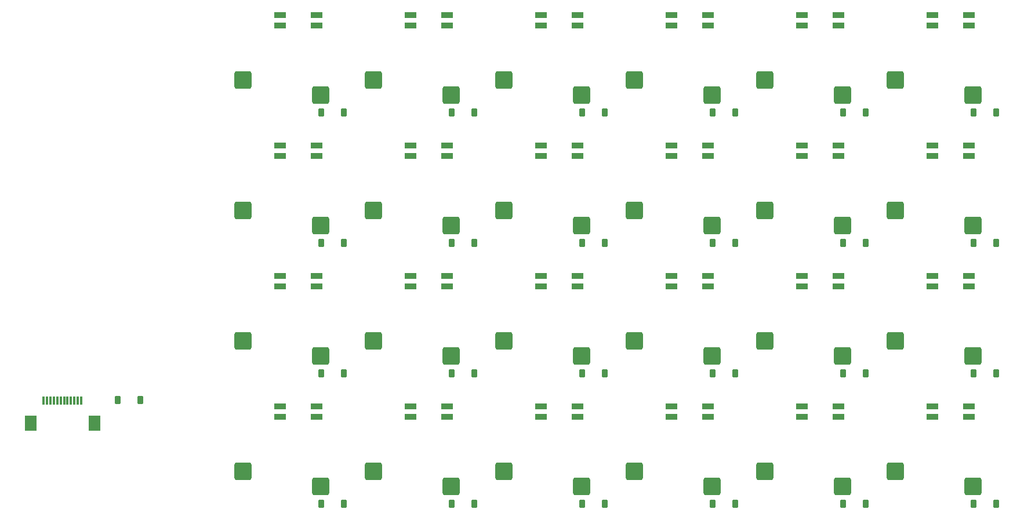
<source format=gbr>
%TF.GenerationSoftware,KiCad,Pcbnew,7.0.5*%
%TF.CreationDate,2025-01-15T14:24:04+08:00*%
%TF.ProjectId,TPS,5450532e-6b69-4636-9164-5f7063625858,rev?*%
%TF.SameCoordinates,Original*%
%TF.FileFunction,Paste,Bot*%
%TF.FilePolarity,Positive*%
%FSLAX46Y46*%
G04 Gerber Fmt 4.6, Leading zero omitted, Abs format (unit mm)*
G04 Created by KiCad (PCBNEW 7.0.5) date 2025-01-15 14:24:04*
%MOMM*%
%LPD*%
G01*
G04 APERTURE LIST*
G04 Aperture macros list*
%AMRoundRect*
0 Rectangle with rounded corners*
0 $1 Rounding radius*
0 $2 $3 $4 $5 $6 $7 $8 $9 X,Y pos of 4 corners*
0 Add a 4 corners polygon primitive as box body*
4,1,4,$2,$3,$4,$5,$6,$7,$8,$9,$2,$3,0*
0 Add four circle primitives for the rounded corners*
1,1,$1+$1,$2,$3*
1,1,$1+$1,$4,$5*
1,1,$1+$1,$6,$7*
1,1,$1+$1,$8,$9*
0 Add four rect primitives between the rounded corners*
20,1,$1+$1,$2,$3,$4,$5,0*
20,1,$1+$1,$4,$5,$6,$7,0*
20,1,$1+$1,$6,$7,$8,$9,0*
20,1,$1+$1,$8,$9,$2,$3,0*%
G04 Aperture macros list end*
%ADD10RoundRect,0.225000X0.225000X0.375000X-0.225000X0.375000X-0.225000X-0.375000X0.225000X-0.375000X0*%
%ADD11RoundRect,0.250000X1.000000X1.000000X-1.000000X1.000000X-1.000000X-1.000000X1.000000X-1.000000X0*%
%ADD12R,1.800000X0.820000*%
%ADD13R,1.800000X2.200000*%
%ADD14R,0.300000X1.300000*%
G04 APERTURE END LIST*
D10*
%TO.C,D13*%
X158200167Y-47050499D03*
X161500167Y-47050499D03*
%TD*%
%TO.C,D20*%
X177250000Y-104200000D03*
X180550000Y-104200000D03*
%TD*%
D11*
%TO.C,SW16*%
X146700167Y-99475499D03*
X158100167Y-101675499D03*
%TD*%
D10*
%TO.C,D1*%
X101050167Y-47050499D03*
X104350167Y-47050499D03*
%TD*%
%TO.C,D18*%
X177250167Y-66100499D03*
X180550167Y-66100499D03*
%TD*%
D11*
%TO.C,SW3*%
X89550167Y-80425499D03*
X100950167Y-82625499D03*
%TD*%
%TO.C,SW4*%
X89550167Y-99475499D03*
X100950167Y-101675499D03*
%TD*%
D10*
%TO.C,D22*%
X196300167Y-66100499D03*
X199600167Y-66100499D03*
%TD*%
D11*
%TO.C,SW1*%
X89550167Y-42325499D03*
X100950167Y-44525499D03*
%TD*%
D10*
%TO.C,D6*%
X120100167Y-66100499D03*
X123400167Y-66100499D03*
%TD*%
D11*
%TO.C,SW7*%
X108600168Y-80425498D03*
X120000168Y-82625498D03*
%TD*%
%TO.C,SW9*%
X127650167Y-42325499D03*
X139050167Y-44525499D03*
%TD*%
D10*
%TO.C,D2*%
X101050167Y-66100499D03*
X104350167Y-66100499D03*
%TD*%
%TO.C,D7*%
X120100168Y-85150498D03*
X123400168Y-85150498D03*
%TD*%
D11*
%TO.C,SW17*%
X165750167Y-42325499D03*
X177150167Y-44525499D03*
%TD*%
%TO.C,SW22*%
X184800167Y-61375499D03*
X196200167Y-63575499D03*
%TD*%
%TO.C,SW21*%
X184800167Y-42325499D03*
X196200167Y-44525499D03*
%TD*%
D10*
%TO.C,D19*%
X177250167Y-85150499D03*
X180550167Y-85150499D03*
%TD*%
D11*
%TO.C,SW23*%
X184800167Y-80425499D03*
X196200167Y-82625499D03*
%TD*%
D10*
%TO.C,D12*%
X139150167Y-104200499D03*
X142450167Y-104200499D03*
%TD*%
%TO.C,D25*%
X71271000Y-89075000D03*
X74571000Y-89075000D03*
%TD*%
D11*
%TO.C,SW18*%
X165750167Y-61375499D03*
X177150167Y-63575499D03*
%TD*%
D10*
%TO.C,D4*%
X101050167Y-104200499D03*
X104350167Y-104200499D03*
%TD*%
%TO.C,D14*%
X158200167Y-66100499D03*
X161500167Y-66100499D03*
%TD*%
%TO.C,D11*%
X139150167Y-85150499D03*
X142450167Y-85150499D03*
%TD*%
%TO.C,D10*%
X139150167Y-66100499D03*
X142450167Y-66100499D03*
%TD*%
D11*
%TO.C,SW13*%
X146700167Y-42325499D03*
X158100167Y-44525499D03*
%TD*%
%TO.C,SW12*%
X127650167Y-99475499D03*
X139050167Y-101675499D03*
%TD*%
D10*
%TO.C,D16*%
X158200167Y-104200499D03*
X161500167Y-104200499D03*
%TD*%
%TO.C,D17*%
X177250167Y-47050499D03*
X180550167Y-47050499D03*
%TD*%
D11*
%TO.C,SW14*%
X146700167Y-61375499D03*
X158100167Y-63575499D03*
%TD*%
D10*
%TO.C,D3*%
X101050167Y-85150499D03*
X104350167Y-85150499D03*
%TD*%
D11*
%TO.C,SW5*%
X108600167Y-42325499D03*
X120000167Y-44525499D03*
%TD*%
%TO.C,SW11*%
X127650167Y-80425499D03*
X139050167Y-82625499D03*
%TD*%
D10*
%TO.C,D15*%
X158200167Y-85150499D03*
X161500167Y-85150499D03*
%TD*%
D11*
%TO.C,SW20*%
X165750167Y-99475499D03*
X177150167Y-101675499D03*
%TD*%
%TO.C,SW15*%
X146700167Y-80425499D03*
X158100167Y-82625499D03*
%TD*%
D10*
%TO.C,D8*%
X120100167Y-104200499D03*
X123400167Y-104200499D03*
%TD*%
D11*
%TO.C,SW10*%
X127650167Y-61375499D03*
X139050167Y-63575499D03*
%TD*%
D10*
%TO.C,D9*%
X139150167Y-47050499D03*
X142450167Y-47050499D03*
%TD*%
%TO.C,D24*%
X196300168Y-104200498D03*
X199600168Y-104200498D03*
%TD*%
D11*
%TO.C,SW6*%
X108600167Y-61375499D03*
X120000167Y-63575499D03*
%TD*%
D10*
%TO.C,D21*%
X196300167Y-47050499D03*
X199600167Y-47050499D03*
%TD*%
%TO.C,D5*%
X120100167Y-47050499D03*
X123400167Y-47050499D03*
%TD*%
D11*
%TO.C,SW2*%
X89550167Y-61375499D03*
X100950167Y-63575499D03*
%TD*%
D10*
%TO.C,D23*%
X196300167Y-85150499D03*
X199600167Y-85150499D03*
%TD*%
D11*
%TO.C,SW24*%
X184800168Y-99475498D03*
X196200168Y-101675498D03*
%TD*%
%TO.C,SW8*%
X108600167Y-99475499D03*
X120000167Y-101675499D03*
%TD*%
%TO.C,SW19*%
X165750167Y-80425499D03*
X177150167Y-82625499D03*
%TD*%
D12*
%TO.C,L5*%
X119350167Y-34375499D03*
X119350167Y-32875499D03*
X114050167Y-32875499D03*
X114050167Y-34375499D03*
%TD*%
%TO.C,L13*%
X157450167Y-34375499D03*
X157450167Y-32875499D03*
X152150167Y-32875499D03*
X152150167Y-34375499D03*
%TD*%
%TO.C,L11*%
X138400167Y-72475499D03*
X138400167Y-70975499D03*
X133100167Y-70975499D03*
X133100167Y-72475499D03*
%TD*%
%TO.C,L23*%
X195550167Y-72475499D03*
X195550167Y-70975499D03*
X190250167Y-70975499D03*
X190250167Y-72475499D03*
%TD*%
%TO.C,L10*%
X138400167Y-53425499D03*
X138400167Y-51925499D03*
X133100167Y-51925499D03*
X133100167Y-53425499D03*
%TD*%
%TO.C,L16*%
X157450167Y-91525499D03*
X157450167Y-90025499D03*
X152150167Y-90025499D03*
X152150167Y-91525499D03*
%TD*%
%TO.C,L17*%
X176500167Y-34375499D03*
X176500167Y-32875499D03*
X171200167Y-32875499D03*
X171200167Y-34375499D03*
%TD*%
%TO.C,L18*%
X176500167Y-53425499D03*
X176500167Y-51925499D03*
X171200167Y-51925499D03*
X171200167Y-53425499D03*
%TD*%
%TO.C,L24*%
X195550167Y-91525499D03*
X195550167Y-90025499D03*
X190250167Y-90025499D03*
X190250167Y-91525499D03*
%TD*%
%TO.C,L2*%
X100300167Y-53425499D03*
X100300167Y-51925499D03*
X95000167Y-51925499D03*
X95000167Y-53425499D03*
%TD*%
%TO.C,L15*%
X157450167Y-72475499D03*
X157450167Y-70975499D03*
X152150167Y-70975499D03*
X152150167Y-72475499D03*
%TD*%
%TO.C,L21*%
X195550167Y-34375499D03*
X195550167Y-32875499D03*
X190250167Y-32875499D03*
X190250167Y-34375499D03*
%TD*%
%TO.C,L8*%
X119350167Y-91525499D03*
X119350167Y-90025499D03*
X114050167Y-90025499D03*
X114050167Y-91525499D03*
%TD*%
%TO.C,L9*%
X138400167Y-34375499D03*
X138400167Y-32875499D03*
X133100167Y-32875499D03*
X133100167Y-34375499D03*
%TD*%
%TO.C,L20*%
X176500167Y-91525499D03*
X176500167Y-90025499D03*
X171200167Y-90025499D03*
X171200167Y-91525499D03*
%TD*%
%TO.C,L14*%
X157450167Y-53425499D03*
X157450167Y-51925499D03*
X152150167Y-51925499D03*
X152150167Y-53425499D03*
%TD*%
%TO.C,L6*%
X119350167Y-53425499D03*
X119350167Y-51925499D03*
X114050167Y-51925499D03*
X114050167Y-53425499D03*
%TD*%
%TO.C,L22*%
X195550167Y-53425499D03*
X195550167Y-51925499D03*
X190250167Y-51925499D03*
X190250167Y-53425499D03*
%TD*%
%TO.C,L3*%
X100300167Y-72475499D03*
X100300167Y-70975499D03*
X95000167Y-70975499D03*
X95000167Y-72475499D03*
%TD*%
%TO.C,L4*%
X100300167Y-91525499D03*
X100300167Y-90025499D03*
X95000167Y-90025499D03*
X95000167Y-91525499D03*
%TD*%
%TO.C,L12*%
X138400167Y-91525499D03*
X138400167Y-90025499D03*
X133100167Y-90025499D03*
X133100167Y-91525499D03*
%TD*%
%TO.C,L19*%
X176500167Y-72475499D03*
X176500167Y-70975499D03*
X171200167Y-70975499D03*
X171200167Y-72475499D03*
%TD*%
%TO.C,L7*%
X119350168Y-72475498D03*
X119350168Y-70975498D03*
X114050168Y-70975498D03*
X114050168Y-72475498D03*
%TD*%
D13*
%TO.C,J3*%
X67868000Y-92443000D03*
X58568000Y-92443000D03*
D14*
X65968000Y-89193000D03*
X65468000Y-89193000D03*
X64968000Y-89193000D03*
X64468000Y-89193000D03*
X63968000Y-89193000D03*
X63468000Y-89193000D03*
X62968000Y-89193000D03*
X62468000Y-89193000D03*
X61968000Y-89193000D03*
X61468000Y-89193000D03*
X60968000Y-89193000D03*
X60468000Y-89193000D03*
%TD*%
D12*
%TO.C,L1*%
X100300167Y-34375499D03*
X100300167Y-32875499D03*
X95000167Y-32875499D03*
X95000167Y-34375499D03*
%TD*%
M02*

</source>
